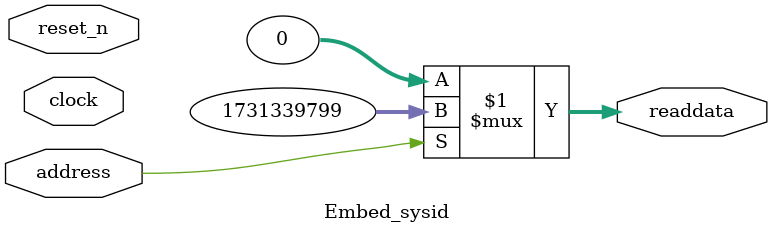
<source format=v>



// synthesis translate_off
`timescale 1ns / 1ps
// synthesis translate_on

// turn off superfluous verilog processor warnings 
// altera message_level Level1 
// altera message_off 10034 10035 10036 10037 10230 10240 10030 

module Embed_sysid (
               // inputs:
                address,
                clock,
                reset_n,

               // outputs:
                readdata
             )
;

  output  [ 31: 0] readdata;
  input            address;
  input            clock;
  input            reset_n;

  wire    [ 31: 0] readdata;
  //control_slave, which is an e_avalon_slave
  assign readdata = address ? 1731339799 : 0;

endmodule



</source>
